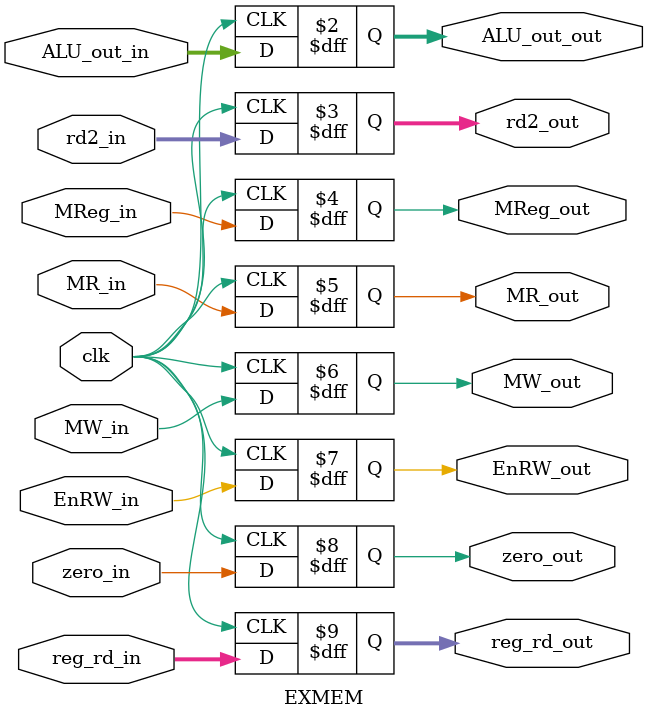
<source format=v>
`timescale 1ns / 1ps


module EXMEM(input clk, input MReg_in, MR_in, MW_in, EnRW_in,
    input [31:0] ALU_out_in, rd2_in,
    input zero_in,
    input [3:0]reg_rd_in,
    output reg [31:0] ALU_out_out, rd2_out, output reg MReg_out, MR_out, MW_out, EnRW_out, output reg zero_out,
    output reg [3:0]reg_rd_out );
    
  always@(posedge clk)
    {MReg_out, MR_out, MW_out, EnRW_out, zero_out, ALU_out_out, rd2_out,reg_rd_out}<={MReg_in, MR_in, MW_in, EnRW_in, zero_in, ALU_out_in, rd2_in,reg_rd_in};
endmodule

</source>
